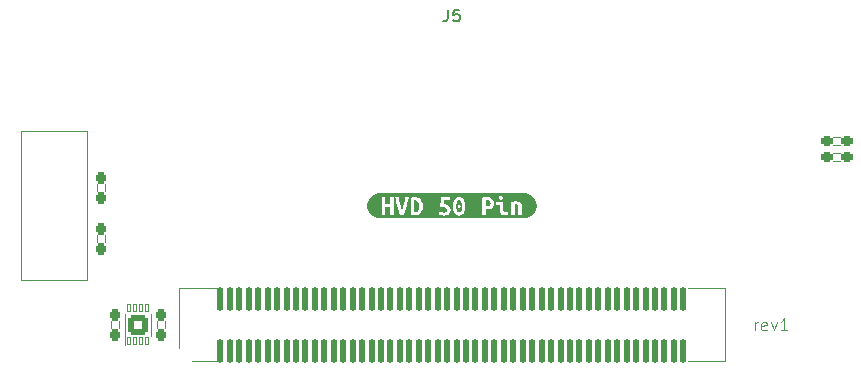
<source format=gto>
G04 #@! TF.GenerationSoftware,KiCad,Pcbnew,8.0.6*
G04 #@! TF.CreationDate,2024-11-07T02:26:34-08:00*
G04 #@! TF.ProjectId,hvd-50-ce,6876642d-3530-42d6-9365-2e6b69636164,1*
G04 #@! TF.SameCoordinates,Original*
G04 #@! TF.FileFunction,Legend,Top*
G04 #@! TF.FilePolarity,Positive*
%FSLAX46Y46*%
G04 Gerber Fmt 4.6, Leading zero omitted, Abs format (unit mm)*
G04 Created by KiCad (PCBNEW 8.0.6) date 2024-11-07 02:26:34*
%MOMM*%
%LPD*%
G01*
G04 APERTURE LIST*
G04 Aperture macros list*
%AMRoundRect*
0 Rectangle with rounded corners*
0 $1 Rounding radius*
0 $2 $3 $4 $5 $6 $7 $8 $9 X,Y pos of 4 corners*
0 Add a 4 corners polygon primitive as box body*
4,1,4,$2,$3,$4,$5,$6,$7,$8,$9,$2,$3,0*
0 Add four circle primitives for the rounded corners*
1,1,$1+$1,$2,$3*
1,1,$1+$1,$4,$5*
1,1,$1+$1,$6,$7*
1,1,$1+$1,$8,$9*
0 Add four rect primitives between the rounded corners*
20,1,$1+$1,$2,$3,$4,$5,0*
20,1,$1+$1,$4,$5,$6,$7,0*
20,1,$1+$1,$6,$7,$8,$9,0*
20,1,$1+$1,$8,$9,$2,$3,0*%
G04 Aperture macros list end*
%ADD10C,0.100000*%
%ADD11C,0.150000*%
%ADD12C,0.120000*%
%ADD13C,0.000000*%
%ADD14C,0.800000*%
%ADD15C,1.200000*%
%ADD16RoundRect,0.125000X0.125000X0.925000X-0.125000X0.925000X-0.125000X-0.925000X0.125000X-0.925000X0*%
%ADD17RoundRect,0.225000X-0.275000X-0.225000X0.275000X-0.225000X0.275000X0.225000X-0.275000X0.225000X0*%
%ADD18RoundRect,0.225000X0.225000X-0.275000X0.225000X0.275000X-0.225000X0.275000X-0.225000X-0.275000X0*%
%ADD19RoundRect,0.225000X-0.225000X0.275000X-0.225000X-0.275000X0.225000X-0.275000X0.225000X0.275000X0*%
%ADD20C,1.700000*%
%ADD21C,4.750000*%
%ADD22RoundRect,0.225000X0.275000X0.225000X-0.275000X0.225000X-0.275000X-0.225000X0.275000X-0.225000X0*%
%ADD23C,6.500000*%
%ADD24RoundRect,0.062500X0.137500X-0.287500X0.137500X0.287500X-0.137500X0.287500X-0.137500X-0.287500X0*%
%ADD25RoundRect,0.265625X0.584375X-0.584375X0.584375X0.584375X-0.584375X0.584375X-0.584375X-0.584375X0*%
%ADD26C,2.300000*%
%ADD27C,2.700000*%
%ADD28C,1.950000*%
G04 APERTURE END LIST*
D10*
X-11857143Y3542581D02*
X-11857143Y4209248D01*
X-11857143Y4018772D02*
X-11809524Y4114010D01*
X-11809524Y4114010D02*
X-11761905Y4161629D01*
X-11761905Y4161629D02*
X-11666667Y4209248D01*
X-11666667Y4209248D02*
X-11571429Y4209248D01*
X-10857143Y3590200D02*
X-10952381Y3542581D01*
X-10952381Y3542581D02*
X-11142857Y3542581D01*
X-11142857Y3542581D02*
X-11238095Y3590200D01*
X-11238095Y3590200D02*
X-11285714Y3685439D01*
X-11285714Y3685439D02*
X-11285714Y4066391D01*
X-11285714Y4066391D02*
X-11238095Y4161629D01*
X-11238095Y4161629D02*
X-11142857Y4209248D01*
X-11142857Y4209248D02*
X-10952381Y4209248D01*
X-10952381Y4209248D02*
X-10857143Y4161629D01*
X-10857143Y4161629D02*
X-10809524Y4066391D01*
X-10809524Y4066391D02*
X-10809524Y3971153D01*
X-10809524Y3971153D02*
X-11285714Y3875915D01*
X-10476190Y4209248D02*
X-10238095Y3542581D01*
X-10238095Y3542581D02*
X-10000000Y4209248D01*
X-9095238Y3542581D02*
X-9666666Y3542581D01*
X-9380952Y3542581D02*
X-9380952Y4542581D01*
X-9380952Y4542581D02*
X-9476190Y4399724D01*
X-9476190Y4399724D02*
X-9571428Y4304486D01*
X-9571428Y4304486D02*
X-9666666Y4256867D01*
D11*
X-37833334Y30690181D02*
X-37833334Y29975896D01*
X-37833334Y29975896D02*
X-37880953Y29833039D01*
X-37880953Y29833039D02*
X-37976191Y29737800D01*
X-37976191Y29737800D02*
X-38119048Y29690181D01*
X-38119048Y29690181D02*
X-38214286Y29690181D01*
X-36880953Y30690181D02*
X-37357143Y30690181D01*
X-37357143Y30690181D02*
X-37404762Y30213991D01*
X-37404762Y30213991D02*
X-37357143Y30261610D01*
X-37357143Y30261610D02*
X-37261905Y30309229D01*
X-37261905Y30309229D02*
X-37023810Y30309229D01*
X-37023810Y30309229D02*
X-36928572Y30261610D01*
X-36928572Y30261610D02*
X-36880953Y30213991D01*
X-36880953Y30213991D02*
X-36833334Y30118753D01*
X-36833334Y30118753D02*
X-36833334Y29880658D01*
X-36833334Y29880658D02*
X-36880953Y29785420D01*
X-36880953Y29785420D02*
X-36928572Y29737800D01*
X-36928572Y29737800D02*
X-37023810Y29690181D01*
X-37023810Y29690181D02*
X-37261905Y29690181D01*
X-37261905Y29690181D02*
X-37357143Y29737800D01*
X-37357143Y29737800D02*
X-37404762Y29785420D01*
D12*
G04 #@! TO.C,J1*
X-60600000Y7100000D02*
X-60600000Y2000000D01*
X-60600000Y7100000D02*
X-57500000Y7100000D01*
X-59500000Y900000D02*
X-57500000Y900000D01*
X-17500000Y7100000D02*
X-14400000Y7100000D01*
X-17500000Y900000D02*
X-14400000Y900000D01*
X-14400000Y7100000D02*
X-14400000Y900000D01*
D13*
G04 #@! TO.C,kibuzzard-672C6174*
G36*
X-34376111Y14531038D02*
G01*
X-34292811Y14490145D01*
X-34239196Y14416539D01*
X-34221325Y14304766D01*
X-34239499Y14186935D01*
X-34294023Y14109693D01*
X-34384289Y14066983D01*
X-34509693Y14052746D01*
X-34630856Y14052746D01*
X-34630856Y14537399D01*
X-34556947Y14543457D01*
X-34483037Y14544669D01*
X-34376111Y14531038D01*
G37*
G36*
X-40439418Y14502262D02*
G01*
X-40340065Y14389580D01*
X-40289176Y14227221D01*
X-40274637Y14038207D01*
X-40279180Y13931280D01*
X-40292811Y13833441D01*
X-40353393Y13672294D01*
X-40464863Y13565670D01*
X-40635703Y13526898D01*
X-40662359Y13526898D01*
X-40689015Y13529321D01*
X-40689015Y14537399D01*
X-40645396Y14543457D01*
X-40601777Y14544669D01*
X-40439418Y14502262D01*
G37*
G36*
X-36768477Y14532855D02*
G01*
X-36689418Y14431987D01*
X-36653743Y14328729D01*
X-36632337Y14198277D01*
X-36625202Y14040630D01*
X-36632337Y13881637D01*
X-36653743Y13750377D01*
X-36689418Y13646850D01*
X-36768477Y13545981D01*
X-36874798Y13513108D01*
X-36877221Y13512359D01*
X-36984451Y13545981D01*
X-37063813Y13646850D01*
X-37100162Y13750377D01*
X-37121971Y13881637D01*
X-37129241Y14040630D01*
X-37128123Y14064863D01*
X-37010501Y14064863D01*
X-36974152Y13952181D01*
X-36874798Y13904927D01*
X-36779079Y13952181D01*
X-36741519Y14064863D01*
X-36779079Y14178756D01*
X-36874798Y14227221D01*
X-36974152Y14178756D01*
X-37010501Y14064863D01*
X-37128123Y14064863D01*
X-37121971Y14198277D01*
X-37100162Y14328729D01*
X-37063813Y14431987D01*
X-36984451Y14532855D01*
X-36877221Y14566478D01*
X-36768477Y14532855D01*
G37*
G36*
X-31263343Y15141407D02*
G01*
X-31161761Y15126339D01*
X-31062146Y15101386D01*
X-30965455Y15066790D01*
X-30872622Y15022883D01*
X-30784539Y14970088D01*
X-30702055Y14908914D01*
X-30625964Y14839949D01*
X-30556999Y14763858D01*
X-30495825Y14681374D01*
X-30443030Y14593291D01*
X-30399123Y14500458D01*
X-30364526Y14403767D01*
X-30339574Y14304151D01*
X-30324506Y14202570D01*
X-30319467Y14100000D01*
X-30324506Y13997430D01*
X-30339574Y13895849D01*
X-30364526Y13796233D01*
X-30399123Y13699542D01*
X-30443030Y13606709D01*
X-30495825Y13518626D01*
X-30556999Y13436142D01*
X-30625964Y13360051D01*
X-30702055Y13291086D01*
X-30784539Y13229912D01*
X-30872622Y13177117D01*
X-30965455Y13133210D01*
X-31062146Y13098614D01*
X-31161761Y13073661D01*
X-31263343Y13058593D01*
X-31365913Y13053554D01*
X-31567851Y13053554D01*
X-33038772Y13053554D01*
X-34630856Y13053554D01*
X-36877221Y13053554D01*
X-38205170Y13053554D01*
X-40667205Y13053554D01*
X-41878837Y13053554D01*
X-42438611Y13053554D01*
X-43432149Y13053554D01*
X-43634087Y13053554D01*
X-43736657Y13058593D01*
X-43838239Y13073661D01*
X-43937854Y13098614D01*
X-44034545Y13133210D01*
X-44127378Y13177117D01*
X-44215461Y13229912D01*
X-44292429Y13286995D01*
X-43432149Y13286995D01*
X-43134087Y13286995D01*
X-43134087Y13948546D01*
X-42736672Y13948546D01*
X-42736672Y13286995D01*
X-42438611Y13286995D01*
X-42438611Y14786995D01*
X-42298061Y14786995D01*
X-42270194Y14651292D01*
X-42230210Y14481664D01*
X-42198169Y14354712D01*
X-42163436Y14222644D01*
X-42126010Y14085460D01*
X-42086430Y13945584D01*
X-42045234Y13805439D01*
X-42002423Y13665024D01*
X-41938813Y13465105D01*
X-41878837Y13286995D01*
X-41571082Y13286995D01*
X-41524771Y13416101D01*
X-41479537Y13548169D01*
X-41435380Y13683199D01*
X-41392973Y13818901D01*
X-41352989Y13952989D01*
X-41315428Y14085460D01*
X-41263934Y14278413D01*
X-41218498Y14462278D01*
X-41179422Y14633118D01*
X-41151094Y14767609D01*
X-40987076Y14767609D01*
X-40987076Y13303958D01*
X-40823506Y13276090D01*
X-40667205Y13267609D01*
X-40520901Y13278211D01*
X-40387318Y13310016D01*
X-40337587Y13333037D01*
X-38609855Y13333037D01*
X-38540792Y13306381D01*
X-38440226Y13280937D01*
X-38323910Y13262763D01*
X-38205170Y13255493D01*
X-38066438Y13264580D01*
X-37945880Y13291842D01*
X-37843498Y13335460D01*
X-37759289Y13393619D01*
X-37647819Y13547496D01*
X-37611470Y13740145D01*
X-37627894Y13880695D01*
X-37677167Y13998627D01*
X-37713356Y14040630D01*
X-37398223Y14040630D01*
X-37389893Y13854645D01*
X-37364903Y13694103D01*
X-37323253Y13559006D01*
X-37264943Y13449354D01*
X-37162628Y13341653D01*
X-37033387Y13277033D01*
X-36877221Y13255493D01*
X-36721055Y13277033D01*
X-36591815Y13341653D01*
X-36489499Y13449354D01*
X-36431189Y13559006D01*
X-36389540Y13694103D01*
X-36364550Y13854645D01*
X-36356220Y14040630D01*
X-36364550Y14225480D01*
X-36389540Y14385036D01*
X-36431189Y14519300D01*
X-36489499Y14628271D01*
X-36591815Y14735299D01*
X-36656842Y14767609D01*
X-34928918Y14767609D01*
X-34928918Y13286995D01*
X-34630856Y13286995D01*
X-34630856Y13793457D01*
X-34524233Y13793457D01*
X-34345046Y13806785D01*
X-34195207Y13846769D01*
X-34074717Y13913409D01*
X-33986537Y14009935D01*
X-33933630Y14139580D01*
X-33915994Y14302342D01*
X-33929416Y14425929D01*
X-33760905Y14425929D01*
X-33760905Y14178756D01*
X-33445880Y14178756D01*
X-33445880Y13759532D01*
X-33441034Y13647456D01*
X-33426494Y13548708D01*
X-33359855Y13392407D01*
X-33233845Y13294265D01*
X-33145699Y13268821D01*
X-33038772Y13260339D01*
X-32889742Y13276090D01*
X-32716478Y13335460D01*
X-32755250Y13575363D01*
X-32886107Y13530533D01*
X-32985460Y13519628D01*
X-33110258Y13569305D01*
X-33147819Y13720759D01*
X-33147819Y14389580D01*
X-32483845Y14389580D01*
X-32483845Y13286995D01*
X-32185784Y13286995D01*
X-32185784Y14181179D01*
X-32116721Y14188449D01*
X-32050081Y14190872D01*
X-31902262Y14120598D01*
X-31875000Y14027908D01*
X-31865913Y13890388D01*
X-31865913Y13286995D01*
X-31567851Y13286995D01*
X-31567851Y13929160D01*
X-31573304Y14040327D01*
X-31589661Y14141195D01*
X-31663570Y14305977D01*
X-31805331Y14412601D01*
X-31906502Y14440771D01*
X-32030695Y14450162D01*
X-32163671Y14445315D01*
X-32286349Y14430775D01*
X-32394487Y14410784D01*
X-32483845Y14389580D01*
X-33147819Y14389580D01*
X-33147819Y14425929D01*
X-33348950Y14425929D01*
X-33760905Y14425929D01*
X-33929416Y14425929D01*
X-33933495Y14463489D01*
X-33985999Y14591519D01*
X-34073506Y14686430D01*
X-34192784Y14751723D01*
X-34197863Y14753069D01*
X-33535541Y14753069D01*
X-33481018Y14614943D01*
X-33348950Y14564055D01*
X-33215670Y14614943D01*
X-33159935Y14753069D01*
X-33215670Y14893619D01*
X-33348950Y14944507D01*
X-33481018Y14893619D01*
X-33535541Y14753069D01*
X-34197863Y14753069D01*
X-34340603Y14790899D01*
X-34516963Y14803958D01*
X-34611470Y14801535D01*
X-34720517Y14795477D01*
X-34830775Y14784572D01*
X-34928918Y14767609D01*
X-36656842Y14767609D01*
X-36721055Y14799515D01*
X-36877221Y14820921D01*
X-37030964Y14799381D01*
X-37159397Y14734760D01*
X-37262520Y14627060D01*
X-37321890Y14517710D01*
X-37364297Y14383522D01*
X-37389742Y14224495D01*
X-37398223Y14040630D01*
X-37713356Y14040630D01*
X-37759289Y14093942D01*
X-37874798Y14166101D01*
X-38024233Y14214567D01*
X-38207593Y14239338D01*
X-38195477Y14377464D01*
X-38183360Y14539822D01*
X-37667205Y14539822D01*
X-37667205Y14786995D01*
X-38432956Y14786995D01*
X-38442044Y14601918D01*
X-38454766Y14410178D01*
X-38471729Y14212985D01*
X-38493538Y14011551D01*
X-38326939Y14006401D01*
X-38195477Y13990953D01*
X-38019790Y13932795D01*
X-37937399Y13843134D01*
X-37916801Y13728029D01*
X-37928918Y13648061D01*
X-37973748Y13578998D01*
X-38063409Y13529321D01*
X-38207593Y13509935D01*
X-38320880Y13515388D01*
X-38413570Y13531745D01*
X-38549273Y13580210D01*
X-38609855Y13333037D01*
X-40337587Y13333037D01*
X-40268881Y13364842D01*
X-40168013Y13444507D01*
X-40085925Y13550222D01*
X-40023829Y13683199D01*
X-39984754Y13845254D01*
X-39971729Y14038207D01*
X-39983542Y14226918D01*
X-40018982Y14385945D01*
X-40075626Y14517407D01*
X-40151050Y14623425D01*
X-40245254Y14704301D01*
X-40358239Y14760339D01*
X-40486975Y14793053D01*
X-40628433Y14803958D01*
X-40795638Y14796688D01*
X-40987076Y14767609D01*
X-41151094Y14767609D01*
X-41147011Y14786995D01*
X-41459612Y14786995D01*
X-41481422Y14660985D01*
X-41508078Y14515590D01*
X-41538368Y14358380D01*
X-41571082Y14196931D01*
X-41606220Y14034572D01*
X-41643780Y13874637D01*
X-41682553Y13724697D01*
X-41721325Y13592326D01*
X-41760400Y13726515D01*
X-41800081Y13877060D01*
X-41838853Y14036995D01*
X-41875202Y14199354D01*
X-41908825Y14360501D01*
X-41939418Y14516801D01*
X-41964863Y14661288D01*
X-41983037Y14786995D01*
X-42298061Y14786995D01*
X-42438611Y14786995D01*
X-42736672Y14786995D01*
X-42736672Y14195719D01*
X-43134087Y14195719D01*
X-43134087Y14786995D01*
X-43432149Y14786995D01*
X-43432149Y13286995D01*
X-44292429Y13286995D01*
X-44297945Y13291086D01*
X-44374036Y13360051D01*
X-44443001Y13436142D01*
X-44504175Y13518626D01*
X-44556970Y13606709D01*
X-44600877Y13699542D01*
X-44635474Y13796233D01*
X-44660426Y13895849D01*
X-44675494Y13997430D01*
X-44680533Y14100000D01*
X-44675494Y14202570D01*
X-44660426Y14304151D01*
X-44635474Y14403767D01*
X-44600877Y14500458D01*
X-44556970Y14593291D01*
X-44504175Y14681374D01*
X-44443001Y14763858D01*
X-44374036Y14839949D01*
X-44297945Y14908914D01*
X-44215461Y14970088D01*
X-44127378Y15022883D01*
X-44034545Y15066790D01*
X-43937854Y15101386D01*
X-43838239Y15126339D01*
X-43736657Y15141407D01*
X-43634087Y15146446D01*
X-43432149Y15146446D01*
X-31567851Y15146446D01*
X-31365913Y15146446D01*
X-31263343Y15141407D01*
G37*
D10*
G04 #@! TO.C,R4*
X-5200000Y17850001D02*
X-4600000Y17850001D01*
X-4600000Y18549999D02*
X-5200000Y18549999D01*
G04 #@! TO.C,R3*
X-67549999Y11600000D02*
X-67549999Y11000000D01*
X-66850001Y11000000D02*
X-66850001Y11600000D01*
G04 #@! TO.C,R2*
X-67549999Y15900000D02*
X-67549999Y15300000D01*
X-66850001Y15300000D02*
X-66850001Y15900000D01*
G04 #@! TO.C,C1*
X-66399999Y3700000D02*
X-66399999Y4300000D01*
X-65700001Y4300000D02*
X-65700001Y3700000D01*
G04 #@! TO.C,C2*
X-5200000Y19934999D02*
X-4600000Y19934999D01*
X-4600000Y19235001D02*
X-5200000Y19235001D01*
G04 #@! TO.C,R1*
X-62499999Y4300000D02*
X-62499999Y3700000D01*
X-61800001Y3700000D02*
X-61800001Y4300000D01*
G04 #@! TO.C,U1*
X-65200000Y2300000D02*
X-65200000Y4950000D01*
X-63000000Y4950000D02*
X-63000000Y3050000D01*
G04 #@! TO.C,J3*
X-73970000Y20440000D02*
X-68370000Y20440000D01*
X-68370000Y7770000D01*
X-73970000Y7770000D01*
X-73970000Y20440000D01*
G04 #@! TD*
%LPC*%
D14*
G04 #@! TO.C,J1*
X-15400000Y4000000D03*
D15*
X-59600000Y4000000D03*
D16*
X-57100000Y1800000D03*
X-57100000Y6200000D03*
X-56300000Y1800000D03*
X-56300000Y6200000D03*
X-55500000Y1800000D03*
X-55500000Y6200000D03*
X-54700000Y1800000D03*
X-54700000Y6200000D03*
X-53900000Y1800000D03*
X-53900000Y6200000D03*
X-53100000Y1800000D03*
X-53100000Y6200000D03*
X-52300000Y1800000D03*
X-52300000Y6200000D03*
X-51500000Y1800000D03*
X-51500000Y6200000D03*
X-50700000Y1800000D03*
X-50700000Y6200000D03*
X-49900000Y1800000D03*
X-49900000Y6200000D03*
X-49100000Y1800000D03*
X-49100000Y6200000D03*
X-48300000Y1800000D03*
X-48300000Y6200000D03*
X-47500000Y1800000D03*
X-47500000Y6200000D03*
X-46700000Y1800000D03*
X-46700000Y6200000D03*
X-45900000Y1800000D03*
X-45900000Y6200000D03*
X-45100000Y1800000D03*
X-45100000Y6200000D03*
X-44300000Y1800000D03*
X-44300000Y6200000D03*
X-43500000Y1800000D03*
X-43500000Y6200000D03*
X-42700000Y1800000D03*
X-42700000Y6200000D03*
X-41900000Y1800000D03*
X-41900000Y6200000D03*
X-41100000Y1800000D03*
X-41100000Y6200000D03*
X-40300000Y1800000D03*
X-40300000Y6200000D03*
X-39500000Y1800000D03*
X-39500000Y6200000D03*
X-38700000Y1800000D03*
X-38700000Y6200000D03*
X-37900000Y1800000D03*
X-37900000Y6200000D03*
X-37100000Y1800000D03*
X-37100000Y6200000D03*
X-36300000Y1800000D03*
X-36300000Y6200000D03*
X-35500000Y1800000D03*
X-35500000Y6200000D03*
X-34700000Y1800000D03*
X-34700000Y6200000D03*
X-33900000Y1800000D03*
X-33900000Y6200000D03*
X-33100000Y1800000D03*
X-33100000Y6200000D03*
X-32300000Y1800000D03*
X-32300000Y6200000D03*
X-31500000Y1800000D03*
X-31500000Y6200000D03*
X-30700000Y1800000D03*
X-30700000Y6200000D03*
X-29900000Y1800000D03*
X-29900000Y6200000D03*
X-29100000Y1800000D03*
X-29100000Y6200000D03*
X-28300000Y1800000D03*
X-28300000Y6200000D03*
X-27500000Y1800000D03*
X-27500000Y6200000D03*
X-26700000Y1800000D03*
X-26700000Y6200000D03*
X-25900000Y1800000D03*
X-25900000Y6200000D03*
X-25100000Y1800000D03*
X-25100000Y6200000D03*
X-24300000Y1800000D03*
X-24300000Y6200000D03*
X-23500000Y1800000D03*
X-23500000Y6200000D03*
X-22700000Y1800000D03*
X-22700000Y6200000D03*
X-21900000Y1800000D03*
X-21900000Y6200000D03*
X-21100000Y1800000D03*
X-21100000Y6200000D03*
X-20300000Y1800000D03*
X-20300000Y6200000D03*
X-19500000Y1800000D03*
X-19500000Y6200000D03*
X-18700000Y1800000D03*
X-18700000Y6200000D03*
X-17900000Y1800000D03*
X-17900000Y6200000D03*
G04 #@! TD*
D17*
G04 #@! TO.C,R4*
X-5750000Y18200000D03*
X-4050000Y18200000D03*
G04 #@! TD*
D18*
G04 #@! TO.C,R3*
X-67200000Y10450000D03*
X-67200000Y12150000D03*
G04 #@! TD*
D19*
G04 #@! TO.C,R2*
X-67200000Y16450000D03*
X-67200000Y14750000D03*
G04 #@! TD*
D18*
G04 #@! TO.C,C1*
X-66050000Y3150000D03*
X-66050000Y4850000D03*
G04 #@! TD*
D20*
G04 #@! TO.C,J5*
X-63420000Y23900000D03*
X-61260000Y23900000D03*
X-59100000Y23900000D03*
X-56940000Y23900000D03*
X-54780000Y23900000D03*
X-52620000Y23900000D03*
X-50460000Y23900000D03*
X-48300000Y23900000D03*
X-46140000Y23900000D03*
X-43980000Y23900000D03*
X-41820000Y23900000D03*
X-39660000Y23900000D03*
X-37500000Y23900000D03*
X-35340000Y23900000D03*
X-33180000Y23900000D03*
X-31020000Y23900000D03*
X-28860000Y23900000D03*
X-26700000Y23900000D03*
X-24540000Y23900000D03*
X-22380000Y23900000D03*
X-20220000Y23900000D03*
X-18060000Y23900000D03*
X-15900000Y23900000D03*
X-13740000Y23900000D03*
X-11580000Y23900000D03*
X-63420000Y28190000D03*
X-61260000Y28190000D03*
X-59100000Y28190000D03*
X-56940000Y28190000D03*
X-54780000Y28190000D03*
X-52620000Y28190000D03*
X-50460000Y28190000D03*
X-48300000Y28190000D03*
X-46140000Y28190000D03*
X-43980000Y28190000D03*
X-41820000Y28190000D03*
X-39660000Y28190000D03*
X-37500000Y28190000D03*
X-35340000Y28190000D03*
X-33180000Y28190000D03*
X-31020000Y28190000D03*
X-28860000Y28190000D03*
X-26700000Y28190000D03*
X-24540000Y28190000D03*
X-22380000Y28190000D03*
X-20220000Y28190000D03*
X-18060000Y28190000D03*
X-15900000Y28190000D03*
X-13740000Y28190000D03*
X-11580000Y28190000D03*
D21*
X-75000Y26045000D03*
X-74925000Y26045000D03*
G04 #@! TD*
D22*
G04 #@! TO.C,C2*
X-4050000Y19585000D03*
X-5750000Y19585000D03*
G04 #@! TD*
D23*
G04 #@! TO.C,H4*
X-4000000Y4000000D03*
G04 #@! TD*
D18*
G04 #@! TO.C,R1*
X-62150000Y3150000D03*
X-62150000Y4850000D03*
G04 #@! TD*
D24*
G04 #@! TO.C,U1*
X-64850001Y2600000D03*
X-64350000Y2600000D03*
X-63850000Y2600000D03*
X-63349999Y2600000D03*
X-63349999Y5400000D03*
X-63850000Y5400000D03*
X-64350000Y5400000D03*
X-64850001Y5400000D03*
D25*
X-64100000Y4000000D03*
G04 #@! TD*
D26*
G04 #@! TO.C,J3*
X-72440000Y10870000D03*
D27*
X-69900000Y17340000D03*
D28*
X-72440000Y16010000D03*
X-69900000Y14740000D03*
X-72440000Y13470000D03*
X-69900000Y12200000D03*
G04 #@! TD*
D23*
G04 #@! TO.C,H3*
X-71000000Y4000000D03*
G04 #@! TD*
G36*
X-56961Y17330315D02*
G01*
X-11206Y17277511D01*
X0Y17226000D01*
X0Y8274000D01*
X-19685Y8206961D01*
X-72489Y8161206D01*
X-124000Y8150000D01*
X-2376000Y8150000D01*
X-2443039Y8169685D01*
X-2488794Y8222489D01*
X-2500000Y8274000D01*
X-2500000Y17226000D01*
X-2480315Y17293039D01*
X-2427511Y17338794D01*
X-2376000Y17350000D01*
X-124000Y17350000D01*
X-56961Y17330315D01*
G37*
%LPD*%
M02*

</source>
